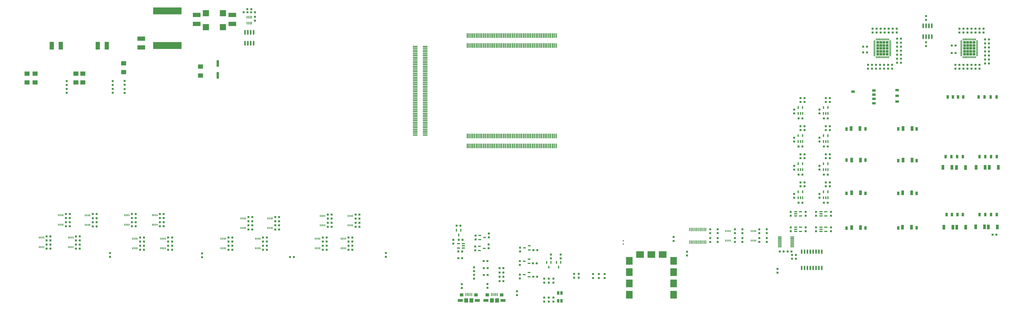
<source format=gtp>
G04*
G04 #@! TF.GenerationSoftware,Altium Limited,Altium Designer,18.0.12 (696)*
G04*
G04 Layer_Color=8421504*
%FSLAX25Y25*%
%MOIN*%
G70*
G01*
G75*
%ADD30R,0.49213X0.12402*%
%ADD31R,0.13500X0.07500*%
%ADD32R,0.09000X0.07500*%
%ADD33R,0.07500X0.13500*%
%ADD34R,0.03937X0.06299*%
%ADD35R,0.06299X0.03937*%
%ADD36R,0.03740X0.03740*%
%ADD37R,0.03740X0.03740*%
%ADD38R,0.01654X0.03500*%
%ADD39R,0.03937X0.11811*%
%ADD40R,0.05000X0.08268*%
%ADD41R,0.01575X0.04803*%
%ADD42O,0.02362X0.08661*%
%ADD43R,0.10630X0.10630*%
%ADD44R,0.03937X0.05906*%
%ADD45R,0.02362X0.01968*%
%ADD46R,0.02441X0.04803*%
%ADD47R,0.01200X0.03200*%
%ADD48R,0.03200X0.01200*%
%ADD49R,0.11811X0.13780*%
%ADD50R,0.13780X0.11811*%
%ADD51R,0.08000X0.02000*%
%ADD52R,0.02000X0.08000*%
%ADD53O,0.02362X0.07874*%
%ADD54R,0.01575X0.05315*%
%ADD55R,0.05709X0.02165*%
%ADD56R,0.05709X0.02165*%
%ADD57R,0.05118X0.02362*%
%ADD58R,0.06299X0.05512*%
%ADD59R,0.09055X0.05118*%
%ADD60R,0.07087X0.07480*%
%ADD61R,0.02362X0.05118*%
%ADD62R,0.01181X0.06299*%
%ADD63O,0.06890X0.01181*%
G36*
X1504953Y453784D02*
X1500317D01*
Y458153D01*
X1504953D01*
Y453784D01*
D02*
G37*
G36*
X1499529D02*
X1494894D01*
Y458153D01*
X1499529D01*
Y453784D01*
D02*
G37*
G36*
X1494106D02*
X1489470D01*
Y458153D01*
X1494106D01*
Y453784D01*
D02*
G37*
G36*
X1488683D02*
X1484047D01*
Y458153D01*
X1488683D01*
Y453784D01*
D02*
G37*
G36*
X1504953Y448626D02*
X1500317D01*
Y452996D01*
X1504953D01*
Y448626D01*
D02*
G37*
G36*
X1499529D02*
X1494894D01*
Y452996D01*
X1499529D01*
Y448626D01*
D02*
G37*
G36*
X1494106D02*
X1489470D01*
Y452996D01*
X1494106D01*
Y448626D01*
D02*
G37*
G36*
X1488683D02*
X1484047D01*
Y452996D01*
X1488683D01*
Y448626D01*
D02*
G37*
G36*
X1504953Y443469D02*
X1500317D01*
Y447839D01*
X1504953D01*
Y443469D01*
D02*
G37*
G36*
X1499529D02*
X1494894D01*
Y447839D01*
X1499529D01*
Y443469D01*
D02*
G37*
G36*
X1494106D02*
X1489470D01*
Y447839D01*
X1494106D01*
Y443469D01*
D02*
G37*
G36*
X1488683D02*
X1484047D01*
Y447839D01*
X1488683D01*
Y443469D01*
D02*
G37*
G36*
X1504953Y438311D02*
X1500317D01*
Y442681D01*
X1504953D01*
Y438311D01*
D02*
G37*
G36*
X1499529D02*
X1494894D01*
Y442681D01*
X1499529D01*
Y438311D01*
D02*
G37*
G36*
X1494106D02*
X1489470D01*
Y442681D01*
X1494106D01*
Y438311D01*
D02*
G37*
G36*
X1488683D02*
X1484047D01*
Y442681D01*
X1488683D01*
Y438311D01*
D02*
G37*
G36*
X1504953Y433153D02*
X1500317D01*
Y437524D01*
X1504953D01*
Y433153D01*
D02*
G37*
G36*
X1499529D02*
X1494894D01*
Y437524D01*
X1499529D01*
Y433153D01*
D02*
G37*
G36*
X1494106D02*
X1489470D01*
Y437524D01*
X1494106D01*
Y433153D01*
D02*
G37*
G36*
X1488683D02*
X1484047D01*
Y437524D01*
X1488683D01*
Y433153D01*
D02*
G37*
G36*
X1655953Y453784D02*
X1651317D01*
Y458153D01*
X1655953D01*
Y453784D01*
D02*
G37*
G36*
X1650529D02*
X1645894D01*
Y458153D01*
X1650529D01*
Y453784D01*
D02*
G37*
G36*
X1645106D02*
X1640471D01*
Y458153D01*
X1645106D01*
Y453784D01*
D02*
G37*
G36*
X1639683D02*
X1635047D01*
Y458153D01*
X1639683D01*
Y453784D01*
D02*
G37*
G36*
X1655953Y448626D02*
X1651317D01*
Y452996D01*
X1655953D01*
Y448626D01*
D02*
G37*
G36*
X1650529D02*
X1645894D01*
Y452996D01*
X1650529D01*
Y448626D01*
D02*
G37*
G36*
X1645106D02*
X1640471D01*
Y452996D01*
X1645106D01*
Y448626D01*
D02*
G37*
G36*
X1639683D02*
X1635047D01*
Y452996D01*
X1639683D01*
Y448626D01*
D02*
G37*
G36*
X1655953Y443469D02*
X1651317D01*
Y447839D01*
X1655953D01*
Y443469D01*
D02*
G37*
G36*
X1650529D02*
X1645894D01*
Y447839D01*
X1650529D01*
Y443469D01*
D02*
G37*
G36*
X1645106D02*
X1640471D01*
Y447839D01*
X1645106D01*
Y443469D01*
D02*
G37*
G36*
X1639683D02*
X1635047D01*
Y447839D01*
X1639683D01*
Y443469D01*
D02*
G37*
G36*
X1655953Y438311D02*
X1651317D01*
Y442681D01*
X1655953D01*
Y438311D01*
D02*
G37*
G36*
X1650529D02*
X1645894D01*
Y442681D01*
X1650529D01*
Y438311D01*
D02*
G37*
G36*
X1645106D02*
X1640471D01*
Y442681D01*
X1645106D01*
Y438311D01*
D02*
G37*
G36*
X1639683D02*
X1635047D01*
Y442681D01*
X1639683D01*
Y438311D01*
D02*
G37*
G36*
X1655953Y433153D02*
X1651317D01*
Y437524D01*
X1655953D01*
Y433153D01*
D02*
G37*
G36*
X1650529D02*
X1645894D01*
Y437524D01*
X1650529D01*
Y433153D01*
D02*
G37*
G36*
X1645106D02*
X1640471D01*
Y437524D01*
X1645106D01*
Y433153D01*
D02*
G37*
G36*
X1639683D02*
X1635047D01*
Y437524D01*
X1639683D01*
Y433153D01*
D02*
G37*
D30*
X251000Y511000D02*
D03*
Y450567D02*
D03*
D31*
X302038Y503795D02*
D03*
Y488299D02*
D03*
X364000Y503795D02*
D03*
Y488299D02*
D03*
X205683Y462700D02*
D03*
Y447203D02*
D03*
D32*
X92000Y401601D02*
D03*
Y386105D02*
D03*
X7000Y401601D02*
D03*
Y386105D02*
D03*
X104000Y401601D02*
D03*
Y386105D02*
D03*
X175000Y419748D02*
D03*
Y404252D02*
D03*
X308808Y413876D02*
D03*
Y398380D02*
D03*
X21000Y401601D02*
D03*
Y386105D02*
D03*
D33*
X50252Y450265D02*
D03*
X65748D02*
D03*
X130252D02*
D03*
X145748D02*
D03*
D34*
X1522000Y305228D02*
D03*
X1554016Y250000D02*
D03*
X1522000D02*
D03*
X1554016Y193000D02*
D03*
X1522000D02*
D03*
X1554016Y133000D02*
D03*
X1522000Y132711D02*
D03*
X1465199D02*
D03*
X1432000Y132260D02*
D03*
X1465199Y193000D02*
D03*
X1432000D02*
D03*
X1465199Y250894D02*
D03*
X1432000D02*
D03*
X1465199Y305228D02*
D03*
X1554016D02*
D03*
X1432000Y305000D02*
D03*
X1663500Y257000D02*
D03*
X1634500Y156000D02*
D03*
X1625000D02*
D03*
X1606000D02*
D03*
X1634500Y257000D02*
D03*
X1624500D02*
D03*
X1604500D02*
D03*
X1615500Y156000D02*
D03*
X1614500Y257000D02*
D03*
X1693500Y156000D02*
D03*
X1683500D02*
D03*
X1693500Y257000D02*
D03*
X1683500D02*
D03*
X1663500Y156000D02*
D03*
X1673500D02*
D03*
X1693000Y361000D02*
D03*
X1682631D02*
D03*
X1672263D02*
D03*
X1661894D02*
D03*
X1635000D02*
D03*
X1626000D02*
D03*
X1617000D02*
D03*
X1608000D02*
D03*
X1673500Y257000D02*
D03*
D35*
X1479900Y372307D02*
D03*
Y364871D02*
D03*
Y357436D02*
D03*
X1520106Y373000D02*
D03*
Y363000D02*
D03*
X1479900Y350000D02*
D03*
X1520106Y353000D02*
D03*
X1443293Y370214D02*
D03*
D36*
X917965Y86347D02*
D03*
Y79654D02*
D03*
X935000Y86347D02*
D03*
Y79654D02*
D03*
X176828Y382361D02*
D03*
Y389054D02*
D03*
Y374698D02*
D03*
Y368005D02*
D03*
X403481Y493901D02*
D03*
Y500594D02*
D03*
X156000Y388546D02*
D03*
Y381853D02*
D03*
Y368381D02*
D03*
Y375074D02*
D03*
X76000Y368381D02*
D03*
Y375074D02*
D03*
X906500Y4413D02*
D03*
Y11106D02*
D03*
X914500Y4413D02*
D03*
Y11106D02*
D03*
X922500Y4413D02*
D03*
Y11106D02*
D03*
X807626Y28311D02*
D03*
Y35004D02*
D03*
X809875Y97154D02*
D03*
Y103847D02*
D03*
X786500Y93654D02*
D03*
Y100347D02*
D03*
X810000Y116154D02*
D03*
Y122846D02*
D03*
X787000Y112654D02*
D03*
Y119346D02*
D03*
X763000Y27957D02*
D03*
Y34650D02*
D03*
X784500Y50846D02*
D03*
Y44153D02*
D03*
Y57153D02*
D03*
Y63846D02*
D03*
X1352000Y358846D02*
D03*
Y352153D02*
D03*
Y309846D02*
D03*
Y303153D02*
D03*
Y260846D02*
D03*
Y254153D02*
D03*
Y211846D02*
D03*
Y205153D02*
D03*
X1359000Y352153D02*
D03*
Y358846D02*
D03*
Y303153D02*
D03*
Y309846D02*
D03*
Y254153D02*
D03*
Y260846D02*
D03*
Y205153D02*
D03*
Y211846D02*
D03*
X1403000Y358846D02*
D03*
Y352153D02*
D03*
Y309846D02*
D03*
Y303153D02*
D03*
Y260846D02*
D03*
Y254153D02*
D03*
Y211846D02*
D03*
Y205153D02*
D03*
X1396000Y352153D02*
D03*
Y358846D02*
D03*
Y303153D02*
D03*
Y309846D02*
D03*
Y254153D02*
D03*
Y260846D02*
D03*
Y205153D02*
D03*
Y211846D02*
D03*
X76071Y381853D02*
D03*
Y388546D02*
D03*
X1131500Y116772D02*
D03*
Y110079D02*
D03*
X631000Y88928D02*
D03*
Y82235D02*
D03*
X311503Y88346D02*
D03*
Y81653D02*
D03*
X151476Y88859D02*
D03*
Y82166D02*
D03*
X1154737Y84592D02*
D03*
Y91285D02*
D03*
X748370Y112024D02*
D03*
Y105331D02*
D03*
X1312087Y54559D02*
D03*
Y61252D02*
D03*
X991500Y52106D02*
D03*
Y45413D02*
D03*
X1001500Y52106D02*
D03*
Y45413D02*
D03*
X1011500Y52106D02*
D03*
Y45413D02*
D03*
X958500Y52606D02*
D03*
Y45913D02*
D03*
X864060Y51327D02*
D03*
Y44634D02*
D03*
Y74827D02*
D03*
Y68134D02*
D03*
X864362Y98327D02*
D03*
Y91634D02*
D03*
X906500Y37413D02*
D03*
Y44106D02*
D03*
X914500Y37413D02*
D03*
Y44106D02*
D03*
X922500Y37413D02*
D03*
Y44106D02*
D03*
X1570500Y449500D02*
D03*
Y456193D02*
D03*
Y501847D02*
D03*
Y495154D02*
D03*
X1341000Y332154D02*
D03*
Y338846D02*
D03*
Y283154D02*
D03*
Y289846D02*
D03*
Y234154D02*
D03*
Y240846D02*
D03*
Y185153D02*
D03*
Y191847D02*
D03*
X1385000Y338846D02*
D03*
Y332154D02*
D03*
Y289846D02*
D03*
Y283154D02*
D03*
Y240846D02*
D03*
Y234154D02*
D03*
Y191847D02*
D03*
Y185153D02*
D03*
X1405000Y153894D02*
D03*
Y160587D02*
D03*
X1361000Y153894D02*
D03*
Y160587D02*
D03*
X1405000Y126894D02*
D03*
Y133587D02*
D03*
X1361000Y126894D02*
D03*
Y133587D02*
D03*
X1379000Y153894D02*
D03*
Y160587D02*
D03*
X1335000Y153894D02*
D03*
Y160587D02*
D03*
X1379000Y126894D02*
D03*
Y133587D02*
D03*
X1335000Y126894D02*
D03*
Y133587D02*
D03*
X1293500Y123653D02*
D03*
Y130347D02*
D03*
Y114847D02*
D03*
Y108153D02*
D03*
X1280500Y123653D02*
D03*
Y130347D02*
D03*
X1280559Y114847D02*
D03*
Y108153D02*
D03*
X1238000Y123653D02*
D03*
Y130347D02*
D03*
Y114847D02*
D03*
Y108153D02*
D03*
X1251000Y123653D02*
D03*
Y130347D02*
D03*
Y114847D02*
D03*
Y108153D02*
D03*
X1195000Y123653D02*
D03*
Y130347D02*
D03*
X1208000Y114847D02*
D03*
Y108153D02*
D03*
Y123653D02*
D03*
Y130347D02*
D03*
X1195000Y114847D02*
D03*
Y108153D02*
D03*
X1337500Y78820D02*
D03*
Y85512D02*
D03*
X1344000Y78820D02*
D03*
Y85512D02*
D03*
X966500Y45913D02*
D03*
Y52606D02*
D03*
X859000Y15653D02*
D03*
Y22346D02*
D03*
X1656500Y410307D02*
D03*
Y417000D02*
D03*
X1663500Y410307D02*
D03*
Y417000D02*
D03*
X1642500Y410307D02*
D03*
Y417000D02*
D03*
X1649500Y410307D02*
D03*
Y417000D02*
D03*
X1628500Y480000D02*
D03*
Y473307D02*
D03*
Y410307D02*
D03*
Y417000D02*
D03*
X1621500Y410307D02*
D03*
Y417000D02*
D03*
X1635500Y480000D02*
D03*
Y473307D02*
D03*
X1642500Y480000D02*
D03*
Y473307D02*
D03*
X1635500Y410307D02*
D03*
Y417000D02*
D03*
X1663500Y480000D02*
D03*
Y473307D02*
D03*
X1670500Y480000D02*
D03*
Y473307D02*
D03*
X1656500Y480000D02*
D03*
Y473307D02*
D03*
X1649500Y480000D02*
D03*
Y473307D02*
D03*
X1477500Y480000D02*
D03*
Y473307D02*
D03*
X1483500Y410307D02*
D03*
Y417000D02*
D03*
X1504500Y410307D02*
D03*
Y417000D02*
D03*
X1511500Y410307D02*
D03*
Y417000D02*
D03*
X1490500Y410307D02*
D03*
Y417000D02*
D03*
X1497500Y410307D02*
D03*
Y417000D02*
D03*
X1469500Y410307D02*
D03*
Y417000D02*
D03*
X1476500Y410307D02*
D03*
Y417000D02*
D03*
X1498500Y480000D02*
D03*
Y473307D02*
D03*
X1505500Y480000D02*
D03*
Y473307D02*
D03*
X1519500Y480000D02*
D03*
Y473307D02*
D03*
X1512500Y480000D02*
D03*
Y473307D02*
D03*
X1484500Y480000D02*
D03*
Y473307D02*
D03*
X1491500Y480000D02*
D03*
Y473307D02*
D03*
D37*
X894347Y94036D02*
D03*
X887654D02*
D03*
X893308Y70822D02*
D03*
X886615D02*
D03*
X893980Y47500D02*
D03*
X887287D02*
D03*
X1692693Y121000D02*
D03*
X1686000D02*
D03*
X396951Y514012D02*
D03*
X390258D02*
D03*
X390435Y508512D02*
D03*
X383742D02*
D03*
X403481D02*
D03*
X396788D02*
D03*
X835347Y55000D02*
D03*
X828654D02*
D03*
X835347Y62500D02*
D03*
X828654D02*
D03*
Y47500D02*
D03*
X835347D02*
D03*
X801153Y75000D02*
D03*
X807847D02*
D03*
X835347Y40000D02*
D03*
X828654D02*
D03*
X757654Y112000D02*
D03*
X764347D02*
D03*
X754153Y136500D02*
D03*
X760847D02*
D03*
X464500Y82000D02*
D03*
X471193D02*
D03*
X801280Y50657D02*
D03*
X807973D02*
D03*
X801280Y62657D02*
D03*
X807973D02*
D03*
X757154Y80000D02*
D03*
X763846D02*
D03*
Y91500D02*
D03*
X757154D02*
D03*
X1348654Y323500D02*
D03*
X1355346D02*
D03*
X1348654Y274500D02*
D03*
X1355346D02*
D03*
X1348654Y225500D02*
D03*
X1355346D02*
D03*
X1348654Y176500D02*
D03*
X1355346D02*
D03*
X1392653Y323500D02*
D03*
X1399347D02*
D03*
X1392653Y274500D02*
D03*
X1399347D02*
D03*
X1392653Y225500D02*
D03*
X1399347D02*
D03*
X1392653Y176500D02*
D03*
X1399347D02*
D03*
X536665Y141623D02*
D03*
X529972D02*
D03*
X398748Y137167D02*
D03*
X392055D02*
D03*
X196235Y142667D02*
D03*
X189542D02*
D03*
X81346D02*
D03*
X74654D02*
D03*
X528014Y101667D02*
D03*
X521321D02*
D03*
X364054D02*
D03*
X357361D02*
D03*
X210347D02*
D03*
X203654D02*
D03*
X47846Y103667D02*
D03*
X41153D02*
D03*
X585100Y141623D02*
D03*
X578407D02*
D03*
X445400Y137167D02*
D03*
X438707D02*
D03*
X244847Y142667D02*
D03*
X238154D02*
D03*
X128024Y142456D02*
D03*
X121331D02*
D03*
X572847Y101667D02*
D03*
X566153D02*
D03*
X424061D02*
D03*
X417369D02*
D03*
X259270D02*
D03*
X252577D02*
D03*
X98847Y103667D02*
D03*
X92154D02*
D03*
X536665Y155956D02*
D03*
X529972D02*
D03*
X398748Y151500D02*
D03*
X392055D02*
D03*
X196235Y157000D02*
D03*
X189542D02*
D03*
X81346D02*
D03*
X74654D02*
D03*
X528014Y116000D02*
D03*
X521321D02*
D03*
X364054D02*
D03*
X357361D02*
D03*
X210347D02*
D03*
X203654D02*
D03*
X47846Y118000D02*
D03*
X41153D02*
D03*
X585100Y155956D02*
D03*
X578407D02*
D03*
X445400Y151500D02*
D03*
X438707D02*
D03*
X244847Y157000D02*
D03*
X238154D02*
D03*
X128024Y156789D02*
D03*
X121331D02*
D03*
X572847Y116000D02*
D03*
X566153D02*
D03*
X424061D02*
D03*
X417369D02*
D03*
X259270D02*
D03*
X252577D02*
D03*
X98847Y118000D02*
D03*
X92154D02*
D03*
X536665Y134456D02*
D03*
X529972D02*
D03*
X398748Y130000D02*
D03*
X392055D02*
D03*
X196235Y135500D02*
D03*
X189542D02*
D03*
X81346D02*
D03*
X74654D02*
D03*
X528014Y94500D02*
D03*
X521321D02*
D03*
X364054D02*
D03*
X357361D02*
D03*
X210347D02*
D03*
X203654D02*
D03*
X47846Y96500D02*
D03*
X41153D02*
D03*
X585100Y134456D02*
D03*
X578407D02*
D03*
X445400Y130000D02*
D03*
X438707D02*
D03*
X244847Y135500D02*
D03*
X238154D02*
D03*
X128024Y135289D02*
D03*
X121331D02*
D03*
X572847Y94500D02*
D03*
X566153D02*
D03*
X424061D02*
D03*
X417369D02*
D03*
X259270D02*
D03*
X252577D02*
D03*
X98847Y96500D02*
D03*
X92154D02*
D03*
X536665Y148789D02*
D03*
X529972D02*
D03*
X398748Y144333D02*
D03*
X392055D02*
D03*
X196235Y149833D02*
D03*
X189542D02*
D03*
X81346D02*
D03*
X74654D02*
D03*
X528014Y108833D02*
D03*
X521321D02*
D03*
X364054D02*
D03*
X357361D02*
D03*
X210347D02*
D03*
X203654D02*
D03*
X47846Y110833D02*
D03*
X41153D02*
D03*
X585100Y148789D02*
D03*
X578407D02*
D03*
X445400Y144333D02*
D03*
X438707D02*
D03*
X244847Y149833D02*
D03*
X238154D02*
D03*
X128024Y149623D02*
D03*
X121331D02*
D03*
X572847Y108833D02*
D03*
X566153D02*
D03*
X424061D02*
D03*
X417369D02*
D03*
X259270D02*
D03*
X252577D02*
D03*
X98847Y110833D02*
D03*
X92154D02*
D03*
X1316075Y91524D02*
D03*
X1322768D02*
D03*
X1336347D02*
D03*
X1329653D02*
D03*
X1679847Y440204D02*
D03*
X1673153D02*
D03*
X1679847Y419204D02*
D03*
X1673153D02*
D03*
X1679847Y426203D02*
D03*
X1673153D02*
D03*
X1679847Y447203D02*
D03*
X1673153D02*
D03*
X1615154Y437580D02*
D03*
X1621847D02*
D03*
X1679847Y454204D02*
D03*
X1673153D02*
D03*
X1679847Y461203D02*
D03*
X1673153D02*
D03*
X1679847Y433204D02*
D03*
X1673153D02*
D03*
X1615154Y450654D02*
D03*
X1621847D02*
D03*
X1526847Y441500D02*
D03*
X1520154D02*
D03*
X1526847Y448654D02*
D03*
X1520154D02*
D03*
X1526847Y434500D02*
D03*
X1520154D02*
D03*
X1461154Y438654D02*
D03*
X1467846D02*
D03*
X1526847Y455500D02*
D03*
X1520154D02*
D03*
X1526847Y420653D02*
D03*
X1520154D02*
D03*
X1461154Y448654D02*
D03*
X1467846D02*
D03*
X1526847Y462653D02*
D03*
X1520154D02*
D03*
X1526847Y427579D02*
D03*
X1520154D02*
D03*
D38*
X425876Y149287D02*
D03*
X428435D02*
D03*
X430995D02*
D03*
X425876Y132711D02*
D03*
X428435D02*
D03*
X430995D02*
D03*
X433554D02*
D03*
Y149287D02*
D03*
X379224D02*
D03*
X381783D02*
D03*
X384343D02*
D03*
X379224Y132711D02*
D03*
X381783D02*
D03*
X384343D02*
D03*
X386902D02*
D03*
Y149287D02*
D03*
X61823Y154787D02*
D03*
X64382D02*
D03*
X66941D02*
D03*
X61823Y138211D02*
D03*
X64382D02*
D03*
X66941D02*
D03*
X69500D02*
D03*
Y154787D02*
D03*
X524818Y153743D02*
D03*
Y137167D02*
D03*
X522259D02*
D03*
X519700D02*
D03*
X517141D02*
D03*
X522259Y153743D02*
D03*
X519700D02*
D03*
X517141D02*
D03*
X184388Y154787D02*
D03*
Y138211D02*
D03*
X181829D02*
D03*
X179270D02*
D03*
X176711D02*
D03*
X181829Y154787D02*
D03*
X179270D02*
D03*
X176711D02*
D03*
X516168Y113787D02*
D03*
Y97211D02*
D03*
X513609D02*
D03*
X511050D02*
D03*
X508491D02*
D03*
X513609Y113787D02*
D03*
X511050D02*
D03*
X508491D02*
D03*
X352207D02*
D03*
Y97211D02*
D03*
X349648D02*
D03*
X347089D02*
D03*
X344530D02*
D03*
X349648Y113787D02*
D03*
X347089D02*
D03*
X344530D02*
D03*
X198500D02*
D03*
Y97211D02*
D03*
X195941D02*
D03*
X193382D02*
D03*
X190823D02*
D03*
X195941Y113787D02*
D03*
X193382D02*
D03*
X190823D02*
D03*
X36000Y115787D02*
D03*
Y99211D02*
D03*
X33441D02*
D03*
X30882D02*
D03*
X28323D02*
D03*
X33441Y115787D02*
D03*
X30882D02*
D03*
X28323D02*
D03*
X573253Y153743D02*
D03*
Y137167D02*
D03*
X570694D02*
D03*
X568135D02*
D03*
X565576D02*
D03*
X570694Y153743D02*
D03*
X568135D02*
D03*
X565576D02*
D03*
X233000Y154787D02*
D03*
Y138211D02*
D03*
X230441D02*
D03*
X227882D02*
D03*
X225323D02*
D03*
X230441Y154787D02*
D03*
X227882D02*
D03*
X225323D02*
D03*
X116177Y154577D02*
D03*
Y138000D02*
D03*
X113618D02*
D03*
X111059D02*
D03*
X108500D02*
D03*
X113618Y154577D02*
D03*
X111059D02*
D03*
X108500D02*
D03*
X561000Y113787D02*
D03*
Y97211D02*
D03*
X558441D02*
D03*
X555882D02*
D03*
X553323D02*
D03*
X558441Y113787D02*
D03*
X555882D02*
D03*
X553323D02*
D03*
X412215D02*
D03*
Y97211D02*
D03*
X409656D02*
D03*
X407097D02*
D03*
X404538D02*
D03*
X409656Y113787D02*
D03*
X407097D02*
D03*
X404538D02*
D03*
X247424D02*
D03*
Y97211D02*
D03*
X244865D02*
D03*
X242305D02*
D03*
X239746D02*
D03*
X244865Y113787D02*
D03*
X242305D02*
D03*
X239746D02*
D03*
X87000Y115787D02*
D03*
Y99211D02*
D03*
X84441D02*
D03*
X81882D02*
D03*
X79323D02*
D03*
X84441Y115787D02*
D03*
X81882D02*
D03*
X79323D02*
D03*
X1274177Y127288D02*
D03*
Y110712D02*
D03*
X1271618D02*
D03*
X1269059D02*
D03*
X1266500D02*
D03*
X1271618Y127288D02*
D03*
X1269059D02*
D03*
X1266500D02*
D03*
X1229598D02*
D03*
Y110712D02*
D03*
X1227039D02*
D03*
X1224480D02*
D03*
X1221921D02*
D03*
X1227039Y127288D02*
D03*
X1224480D02*
D03*
X1221921D02*
D03*
D39*
X338885Y398648D02*
D03*
Y419317D02*
D03*
D40*
X1615429Y238172D02*
D03*
X1599858D02*
D03*
X1639000Y238000D02*
D03*
X1623429D02*
D03*
X1673000Y238172D02*
D03*
X1657429D02*
D03*
X1680429D02*
D03*
X1696000D02*
D03*
X1694500Y134200D02*
D03*
X1678929D02*
D03*
X1656654Y134456D02*
D03*
X1672224D02*
D03*
X1623829Y133900D02*
D03*
X1639400D02*
D03*
X1617071D02*
D03*
X1601500D02*
D03*
X1545027D02*
D03*
X1529456D02*
D03*
X1456571Y133235D02*
D03*
X1441000D02*
D03*
X1545500Y194000D02*
D03*
X1529929D02*
D03*
X1456571D02*
D03*
X1441000D02*
D03*
X1530500Y251000D02*
D03*
X1546071D02*
D03*
X1456571D02*
D03*
X1441000D02*
D03*
X1439956Y306000D02*
D03*
X1455527D02*
D03*
X1530500D02*
D03*
X1546071D02*
D03*
D41*
X397523Y500012D02*
D03*
X394964D02*
D03*
X392404D02*
D03*
X389845D02*
D03*
Y489697D02*
D03*
X392404D02*
D03*
X394964D02*
D03*
X397523D02*
D03*
D42*
X386067Y454564D02*
D03*
X391067D02*
D03*
X396067D02*
D03*
X401067D02*
D03*
X386067Y473461D02*
D03*
X391067D02*
D03*
X396067D02*
D03*
X401067D02*
D03*
X1580525Y484949D02*
D03*
X1575525D02*
D03*
X1570525D02*
D03*
X1565525D02*
D03*
X1580525Y466051D02*
D03*
X1575525D02*
D03*
X1570525D02*
D03*
X1565525D02*
D03*
D43*
X347921Y482590D02*
D03*
X318000D02*
D03*
X347921Y506999D02*
D03*
X318000Y507090D02*
D03*
D44*
X930878Y19390D02*
D03*
Y5610D02*
D03*
X936390Y19390D02*
D03*
Y5610D02*
D03*
X930878D02*
D03*
D45*
X1044000Y104744D02*
D03*
Y110256D02*
D03*
D46*
X1355740Y332343D02*
D03*
X1352000D02*
D03*
X1348260D02*
D03*
Y342657D02*
D03*
X1355740D02*
D03*
X1355740Y283343D02*
D03*
X1352000D02*
D03*
X1348260D02*
D03*
Y293657D02*
D03*
X1355740D02*
D03*
X1355740Y234343D02*
D03*
X1352000D02*
D03*
X1348260D02*
D03*
Y244657D02*
D03*
X1355740D02*
D03*
X1355740Y185343D02*
D03*
X1352000D02*
D03*
X1348260D02*
D03*
Y195658D02*
D03*
X1355740D02*
D03*
X1399740Y332343D02*
D03*
X1396000D02*
D03*
X1392260D02*
D03*
Y342657D02*
D03*
X1399740D02*
D03*
X1399740Y283343D02*
D03*
X1396000D02*
D03*
X1392260D02*
D03*
Y293657D02*
D03*
X1399740D02*
D03*
X1399740Y234343D02*
D03*
X1396000D02*
D03*
X1392260D02*
D03*
Y244657D02*
D03*
X1399740D02*
D03*
X1399740Y185343D02*
D03*
X1396000D02*
D03*
X1392260D02*
D03*
Y195658D02*
D03*
X1399740D02*
D03*
D47*
X1656327Y430103D02*
D03*
X1654358D02*
D03*
X1652390D02*
D03*
X1650421D02*
D03*
X1648453D02*
D03*
X1646484D02*
D03*
X1644516D02*
D03*
X1642547D02*
D03*
X1640579D02*
D03*
X1638610D02*
D03*
X1636642D02*
D03*
X1634673D02*
D03*
Y461203D02*
D03*
X1636642D02*
D03*
X1638610D02*
D03*
X1640579D02*
D03*
X1642547D02*
D03*
X1644516D02*
D03*
X1646484D02*
D03*
X1648453D02*
D03*
X1650421D02*
D03*
X1652390D02*
D03*
X1654358D02*
D03*
X1656327D02*
D03*
X1505327Y430103D02*
D03*
X1503358D02*
D03*
X1501390D02*
D03*
X1499421D02*
D03*
X1497453D02*
D03*
X1495484D02*
D03*
X1493516D02*
D03*
X1491547D02*
D03*
X1489579D02*
D03*
X1487610D02*
D03*
X1485642D02*
D03*
X1483673D02*
D03*
Y461203D02*
D03*
X1485642D02*
D03*
X1487610D02*
D03*
X1489579D02*
D03*
X1491547D02*
D03*
X1493516D02*
D03*
X1495484D02*
D03*
X1497453D02*
D03*
X1499421D02*
D03*
X1501390D02*
D03*
X1503358D02*
D03*
X1505327D02*
D03*
D48*
X1631900Y432858D02*
D03*
Y434827D02*
D03*
Y436795D02*
D03*
Y438764D02*
D03*
Y440732D02*
D03*
Y442701D02*
D03*
Y444669D02*
D03*
Y446638D02*
D03*
Y448606D02*
D03*
Y450575D02*
D03*
Y452543D02*
D03*
Y454512D02*
D03*
Y456480D02*
D03*
Y458449D02*
D03*
X1659100D02*
D03*
Y456480D02*
D03*
Y454512D02*
D03*
Y452543D02*
D03*
Y450575D02*
D03*
Y448606D02*
D03*
Y446638D02*
D03*
Y444669D02*
D03*
Y442701D02*
D03*
Y440732D02*
D03*
Y438764D02*
D03*
Y436795D02*
D03*
Y434827D02*
D03*
Y432858D02*
D03*
X1480900D02*
D03*
Y434827D02*
D03*
Y436795D02*
D03*
Y438764D02*
D03*
Y440732D02*
D03*
Y442701D02*
D03*
Y444669D02*
D03*
Y446638D02*
D03*
Y448606D02*
D03*
Y450575D02*
D03*
Y452543D02*
D03*
Y454512D02*
D03*
Y456480D02*
D03*
Y458449D02*
D03*
X1508100D02*
D03*
Y456480D02*
D03*
Y454512D02*
D03*
Y452543D02*
D03*
Y450575D02*
D03*
Y448606D02*
D03*
Y446638D02*
D03*
Y444669D02*
D03*
Y442701D02*
D03*
Y440732D02*
D03*
Y438764D02*
D03*
Y436795D02*
D03*
Y434827D02*
D03*
Y432858D02*
D03*
D49*
X1131272Y36000D02*
D03*
Y55685D02*
D03*
Y16315D02*
D03*
Y75370D02*
D03*
X1054500D02*
D03*
Y16315D02*
D03*
Y55685D02*
D03*
Y36000D02*
D03*
D50*
X1092886Y86197D02*
D03*
X1073201D02*
D03*
X1112571D02*
D03*
D51*
X699492Y310371D02*
D03*
Y304072D02*
D03*
Y294623D02*
D03*
X682169Y310371D02*
D03*
Y304072D02*
D03*
Y294623D02*
D03*
X699492Y345017D02*
D03*
Y335568D02*
D03*
Y319820D02*
D03*
X682169Y345017D02*
D03*
Y335568D02*
D03*
Y319820D02*
D03*
X699492Y367064D02*
D03*
Y360765D02*
D03*
Y351316D02*
D03*
X682169Y376513D02*
D03*
Y367064D02*
D03*
Y360765D02*
D03*
Y351316D02*
D03*
X699492Y408009D02*
D03*
Y398560D02*
D03*
Y392261D02*
D03*
Y382812D02*
D03*
X682169Y408009D02*
D03*
Y398560D02*
D03*
Y392261D02*
D03*
Y382812D02*
D03*
X699492Y439505D02*
D03*
Y423757D02*
D03*
Y414308D02*
D03*
X682169Y439505D02*
D03*
Y423757D02*
D03*
Y414308D02*
D03*
X699492Y448954D02*
D03*
X682169Y448954D02*
D03*
X699492Y300922D02*
D03*
Y297773D02*
D03*
X682169Y300922D02*
D03*
Y297773D02*
D03*
X699492Y307222D02*
D03*
X682169Y307222D02*
D03*
X699492Y316670D02*
D03*
Y313521D02*
D03*
X682169Y316670D02*
D03*
Y313521D02*
D03*
X699492Y326119D02*
D03*
Y322970D02*
D03*
X682169Y326119D02*
D03*
Y322970D02*
D03*
X699492Y332418D02*
D03*
Y329269D02*
D03*
X682169Y332418D02*
D03*
Y329269D02*
D03*
X699492Y341867D02*
D03*
Y338718D02*
D03*
X682169Y341867D02*
D03*
Y338718D02*
D03*
X699492Y348166D02*
D03*
X682169Y348166D02*
D03*
X699492Y357615D02*
D03*
Y354466D02*
D03*
X682169Y357615D02*
D03*
Y354466D02*
D03*
X699492Y363914D02*
D03*
X682169Y363915D02*
D03*
X699492Y370214D02*
D03*
X682169Y373363D02*
D03*
Y370214D02*
D03*
X699492Y379662D02*
D03*
X682169Y379663D02*
D03*
X699492Y389111D02*
D03*
Y385962D02*
D03*
X682169Y389111D02*
D03*
Y385962D02*
D03*
X699492Y395410D02*
D03*
X682169Y395411D02*
D03*
X699492Y404859D02*
D03*
Y401710D02*
D03*
X682169Y404859D02*
D03*
Y401710D02*
D03*
X699492Y411158D02*
D03*
X682169Y411159D02*
D03*
X699492Y420607D02*
D03*
Y417458D02*
D03*
X682169Y420608D02*
D03*
Y417458D02*
D03*
X699492Y430056D02*
D03*
Y426906D02*
D03*
X682169Y430056D02*
D03*
Y426907D02*
D03*
X699492Y436355D02*
D03*
Y433206D02*
D03*
X682169Y436355D02*
D03*
Y433206D02*
D03*
X699492Y445804D02*
D03*
Y442654D02*
D03*
X682169Y445804D02*
D03*
Y442655D02*
D03*
X699492Y376513D02*
D03*
Y373363D02*
D03*
D52*
X920697Y468000D02*
D03*
X923847D02*
D03*
X920697Y450677D02*
D03*
X923846D02*
D03*
X911248Y468000D02*
D03*
X914398D02*
D03*
X911248Y450677D02*
D03*
X914397D02*
D03*
X904949Y468000D02*
D03*
X908098D02*
D03*
X904949Y450677D02*
D03*
X908098D02*
D03*
X895500Y468000D02*
D03*
X898650D02*
D03*
X895500Y450677D02*
D03*
X898649D02*
D03*
X889201Y468000D02*
D03*
X889200Y450677D02*
D03*
X879752Y468000D02*
D03*
X882902D02*
D03*
X879752Y450677D02*
D03*
X882901D02*
D03*
X873453Y468000D02*
D03*
X873452Y450677D02*
D03*
X864004Y468000D02*
D03*
X867153D02*
D03*
X864004Y450677D02*
D03*
X867153D02*
D03*
X857705Y468000D02*
D03*
X857705Y450677D02*
D03*
X848256Y468000D02*
D03*
X851406D02*
D03*
X848256Y450677D02*
D03*
X851405D02*
D03*
X841957Y468000D02*
D03*
X841957Y450677D02*
D03*
X832508Y468000D02*
D03*
X835658D02*
D03*
X832508Y450677D02*
D03*
X835657D02*
D03*
X826209Y468000D02*
D03*
X826208Y450677D02*
D03*
X816760Y468000D02*
D03*
X819909D02*
D03*
X816760Y450677D02*
D03*
X819909D02*
D03*
X807311Y468000D02*
D03*
X810461D02*
D03*
X807311Y450677D02*
D03*
X810460D02*
D03*
X801012Y468000D02*
D03*
X804161D02*
D03*
X801012Y450677D02*
D03*
X804161D02*
D03*
X791563Y468000D02*
D03*
X794713D02*
D03*
X791563Y450677D02*
D03*
X794713D02*
D03*
X785264Y468000D02*
D03*
X785264Y450677D02*
D03*
X775815Y468000D02*
D03*
X778965D02*
D03*
X775815Y450677D02*
D03*
X778965D02*
D03*
X926996Y468000D02*
D03*
X926996Y450677D02*
D03*
X892350Y468000D02*
D03*
X901799D02*
D03*
X917547D02*
D03*
X892350Y450677D02*
D03*
X901799D02*
D03*
X917547D02*
D03*
X860854Y468000D02*
D03*
X870303D02*
D03*
X876602D02*
D03*
X886051D02*
D03*
X860854Y450677D02*
D03*
X870303D02*
D03*
X876602D02*
D03*
X886051D02*
D03*
X829358Y468000D02*
D03*
X838807D02*
D03*
X845106D02*
D03*
X854555D02*
D03*
X829358Y450677D02*
D03*
X838807D02*
D03*
X845106D02*
D03*
X854555D02*
D03*
X797862Y468000D02*
D03*
X813610D02*
D03*
X823059D02*
D03*
X797862Y450677D02*
D03*
X813610D02*
D03*
X823059D02*
D03*
X772665Y468000D02*
D03*
X782114D02*
D03*
X788413D02*
D03*
X772665Y450677D02*
D03*
X782114D02*
D03*
X788413D02*
D03*
Y275677D02*
D03*
X782114D02*
D03*
X772665D02*
D03*
X788413Y293000D02*
D03*
X782114D02*
D03*
X772665D02*
D03*
X823059Y275677D02*
D03*
X813610D02*
D03*
X797862D02*
D03*
X823059Y293000D02*
D03*
X813610D02*
D03*
X797862D02*
D03*
X854555Y275677D02*
D03*
X845106D02*
D03*
X838807D02*
D03*
X829358D02*
D03*
X854555Y293000D02*
D03*
X845106D02*
D03*
X838807D02*
D03*
X829358D02*
D03*
X886051Y275677D02*
D03*
X876602D02*
D03*
X870303D02*
D03*
X860854D02*
D03*
X886051Y293000D02*
D03*
X876602D02*
D03*
X870303D02*
D03*
X860854D02*
D03*
X917547Y275677D02*
D03*
X901799D02*
D03*
X892350D02*
D03*
X917547Y293000D02*
D03*
X901799D02*
D03*
X892350D02*
D03*
X926996Y275677D02*
D03*
X926996Y293000D02*
D03*
X778965Y275677D02*
D03*
X775815D02*
D03*
X778965Y293000D02*
D03*
X775815D02*
D03*
X785264Y275677D02*
D03*
X785264Y293000D02*
D03*
X794713Y275677D02*
D03*
X791563D02*
D03*
X794713Y293000D02*
D03*
X791563D02*
D03*
X804161Y275677D02*
D03*
X801012D02*
D03*
X804161Y293000D02*
D03*
X801012D02*
D03*
X810460Y275677D02*
D03*
X807311D02*
D03*
X810461Y293000D02*
D03*
X807311D02*
D03*
X819909Y275677D02*
D03*
X816760D02*
D03*
X819909Y293000D02*
D03*
X816760D02*
D03*
X826208Y275677D02*
D03*
X826209Y293000D02*
D03*
X835657Y275677D02*
D03*
X832508D02*
D03*
X835658Y293000D02*
D03*
X832508D02*
D03*
X841957Y275677D02*
D03*
X841957Y293000D02*
D03*
X851405Y275677D02*
D03*
X848256D02*
D03*
X851406Y293000D02*
D03*
X848256D02*
D03*
X857705Y275677D02*
D03*
X857705Y293000D02*
D03*
X867153Y275677D02*
D03*
X864004D02*
D03*
X867153Y293000D02*
D03*
X864004D02*
D03*
X873452Y275677D02*
D03*
X873453Y293000D02*
D03*
X882901Y275677D02*
D03*
X879752D02*
D03*
X882902Y293000D02*
D03*
X879752D02*
D03*
X889200Y275677D02*
D03*
X889201Y293000D02*
D03*
X898649Y275677D02*
D03*
X895500D02*
D03*
X898650Y293000D02*
D03*
X895500D02*
D03*
X908098Y275677D02*
D03*
X904949D02*
D03*
X908098Y293000D02*
D03*
X904949D02*
D03*
X914397Y275677D02*
D03*
X911248D02*
D03*
X914398Y293000D02*
D03*
X911248D02*
D03*
X923846Y275677D02*
D03*
X920697D02*
D03*
X923847Y293000D02*
D03*
X920697D02*
D03*
D53*
X1389000Y91298D02*
D03*
X1384000D02*
D03*
X1379000D02*
D03*
X1374000D02*
D03*
X1369000D02*
D03*
X1364000D02*
D03*
X1359000D02*
D03*
X1354000D02*
D03*
X1389000Y62952D02*
D03*
X1384000D02*
D03*
X1379000D02*
D03*
X1374000D02*
D03*
X1369000D02*
D03*
X1364000D02*
D03*
X1359000D02*
D03*
X1354000D02*
D03*
D54*
X817413Y16740D02*
D03*
X819972D02*
D03*
X825091D02*
D03*
X814854D02*
D03*
X822532D02*
D03*
X780354D02*
D03*
X770118D02*
D03*
X772677D02*
D03*
X777795D02*
D03*
X775236D02*
D03*
D55*
X1387768Y160980D02*
D03*
X1343768D02*
D03*
X1387768Y133980D02*
D03*
X1343768D02*
D03*
X765732Y97760D02*
D03*
D56*
X1387768Y157240D02*
D03*
Y153500D02*
D03*
X1396232D02*
D03*
Y160980D02*
D03*
X1343768Y157240D02*
D03*
Y153500D02*
D03*
X1352232D02*
D03*
Y160980D02*
D03*
X1387768Y130240D02*
D03*
Y126500D02*
D03*
X1396232D02*
D03*
Y133980D02*
D03*
X1343768Y130240D02*
D03*
Y126500D02*
D03*
X1352232D02*
D03*
Y133980D02*
D03*
X765732Y101500D02*
D03*
Y105240D02*
D03*
X757268D02*
D03*
Y97760D02*
D03*
D57*
X802134Y97000D02*
D03*
X793866Y93260D02*
D03*
Y100740D02*
D03*
X802634Y116000D02*
D03*
X794366Y112260D02*
D03*
Y119740D02*
D03*
X880060Y47500D02*
D03*
Y54980D02*
D03*
X871792Y51240D02*
D03*
X880060Y70841D02*
D03*
Y78322D02*
D03*
X871792Y74582D02*
D03*
X880496Y94240D02*
D03*
Y101720D02*
D03*
X872228Y97980D02*
D03*
D58*
X807374Y15854D02*
D03*
X832571D02*
D03*
X762638D02*
D03*
X787835D02*
D03*
D59*
X805209Y6209D02*
D03*
X834736D02*
D03*
X760472D02*
D03*
X790000D02*
D03*
D60*
X815445D02*
D03*
X824500D02*
D03*
X770709D02*
D03*
X779764D02*
D03*
D61*
X757654Y120366D02*
D03*
X753913Y128634D02*
D03*
X761394D02*
D03*
X918114Y72500D02*
D03*
X910634D02*
D03*
X914374Y64232D02*
D03*
X935114Y72500D02*
D03*
X927634D02*
D03*
X931374Y64232D02*
D03*
D62*
X1159425Y107976D02*
D03*
X1161984D02*
D03*
X1164543D02*
D03*
X1167102D02*
D03*
X1169661D02*
D03*
X1172221D02*
D03*
X1174780D02*
D03*
X1177339D02*
D03*
X1179898D02*
D03*
X1182457D02*
D03*
X1185016D02*
D03*
X1187575D02*
D03*
X1159425Y130024D02*
D03*
X1161984D02*
D03*
X1164543D02*
D03*
X1167102D02*
D03*
X1169661D02*
D03*
X1172221D02*
D03*
X1174780D02*
D03*
X1177339D02*
D03*
X1179898D02*
D03*
X1182457D02*
D03*
X1185016D02*
D03*
X1187575D02*
D03*
D63*
X1316075Y117382D02*
D03*
Y115413D02*
D03*
Y113445D02*
D03*
Y111476D02*
D03*
Y109508D02*
D03*
Y107539D02*
D03*
Y105571D02*
D03*
Y103602D02*
D03*
Y101634D02*
D03*
Y99665D02*
D03*
X1337925Y117382D02*
D03*
Y115413D02*
D03*
Y113445D02*
D03*
Y111476D02*
D03*
Y109508D02*
D03*
Y107539D02*
D03*
Y105571D02*
D03*
Y103602D02*
D03*
Y101634D02*
D03*
Y99665D02*
D03*
M02*

</source>
